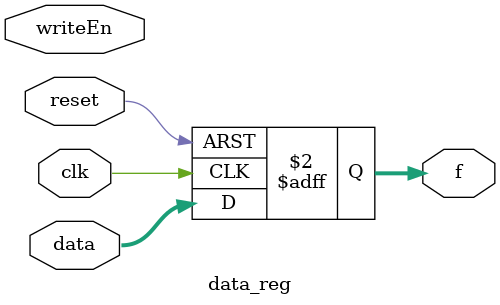
<source format=sv>
module data_reg (input logic [7:0] data,
  input logic reset, clk, writeEn,
  output logic [7:0] f);

  always @ (posedge clk or posedge reset) begin
    if (reset) begin
      f <= 0;
    end else begin
      f <= data[7:0];
    end
  end
endmodule //w_reg

</source>
